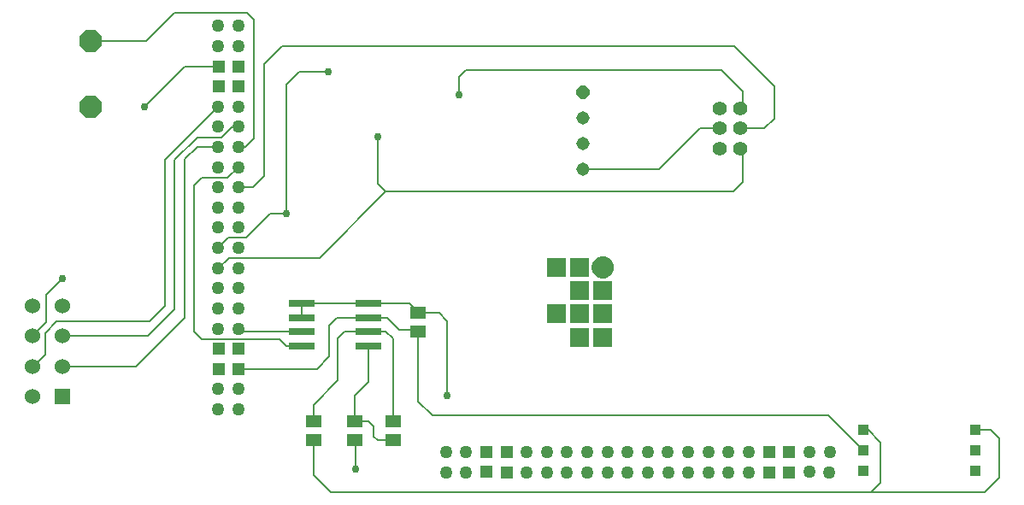
<source format=gbr>
G04 EAGLE Gerber RS-274X export*
G75*
%MOMM*%
%FSLAX34Y34*%
%LPD*%
%INBottom Copper*%
%IPPOS*%
%AMOC8*
5,1,8,0,0,1.08239X$1,22.5*%
G01*
%ADD10R,1.920000X1.940000*%
%ADD11C,0.500000*%
%ADD12R,1.258000X1.258000*%
%ADD13C,1.258000*%
%ADD14P,2.336880X8X112.500000*%
%ADD15C,1.530000*%
%ADD16R,1.530000X1.530000*%
%ADD17R,1.500000X1.300000*%
%ADD18R,2.540000X0.635000*%
%ADD19R,1.108000X1.108000*%
%ADD20C,1.408000*%
%ADD21P,1.415766X8X292.500000*%
%ADD22C,1.308000*%
%ADD23C,0.152400*%
%ADD24C,0.756400*%


D10*
X586253Y211495D03*
X586053Y188495D03*
X586053Y165295D03*
D11*
X577677Y234395D02*
X577680Y234601D01*
X577687Y234806D01*
X577700Y235011D01*
X577717Y235216D01*
X577740Y235420D01*
X577768Y235624D01*
X577800Y235827D01*
X577838Y236029D01*
X577881Y236230D01*
X577928Y236430D01*
X577980Y236629D01*
X578038Y236826D01*
X578100Y237022D01*
X578167Y237217D01*
X578238Y237409D01*
X578315Y237600D01*
X578396Y237789D01*
X578481Y237976D01*
X578571Y238161D01*
X578666Y238343D01*
X578765Y238524D01*
X578869Y238701D01*
X578977Y238876D01*
X579089Y239048D01*
X579205Y239218D01*
X579325Y239385D01*
X579450Y239548D01*
X579578Y239709D01*
X579711Y239866D01*
X579847Y240020D01*
X579987Y240171D01*
X580130Y240318D01*
X580277Y240461D01*
X580428Y240601D01*
X580582Y240737D01*
X580739Y240870D01*
X580900Y240998D01*
X581063Y241123D01*
X581230Y241243D01*
X581400Y241359D01*
X581572Y241471D01*
X581747Y241579D01*
X581924Y241683D01*
X582105Y241782D01*
X582287Y241877D01*
X582472Y241967D01*
X582659Y242052D01*
X582848Y242133D01*
X583039Y242210D01*
X583231Y242281D01*
X583426Y242348D01*
X583622Y242410D01*
X583819Y242468D01*
X584018Y242520D01*
X584218Y242567D01*
X584419Y242610D01*
X584621Y242648D01*
X584824Y242680D01*
X585028Y242708D01*
X585232Y242731D01*
X585437Y242748D01*
X585642Y242761D01*
X585847Y242768D01*
X586053Y242771D01*
X586259Y242768D01*
X586464Y242761D01*
X586669Y242748D01*
X586874Y242731D01*
X587078Y242708D01*
X587282Y242680D01*
X587485Y242648D01*
X587687Y242610D01*
X587888Y242567D01*
X588088Y242520D01*
X588287Y242468D01*
X588484Y242410D01*
X588680Y242348D01*
X588875Y242281D01*
X589067Y242210D01*
X589258Y242133D01*
X589447Y242052D01*
X589634Y241967D01*
X589819Y241877D01*
X590001Y241782D01*
X590182Y241683D01*
X590359Y241579D01*
X590534Y241471D01*
X590706Y241359D01*
X590876Y241243D01*
X591043Y241123D01*
X591206Y240998D01*
X591367Y240870D01*
X591524Y240737D01*
X591678Y240601D01*
X591829Y240461D01*
X591976Y240318D01*
X592119Y240171D01*
X592259Y240020D01*
X592395Y239866D01*
X592528Y239709D01*
X592656Y239548D01*
X592781Y239385D01*
X592901Y239218D01*
X593017Y239048D01*
X593129Y238876D01*
X593237Y238701D01*
X593341Y238524D01*
X593440Y238343D01*
X593535Y238161D01*
X593625Y237976D01*
X593710Y237789D01*
X593791Y237600D01*
X593868Y237409D01*
X593939Y237217D01*
X594006Y237022D01*
X594068Y236826D01*
X594126Y236629D01*
X594178Y236430D01*
X594225Y236230D01*
X594268Y236029D01*
X594306Y235827D01*
X594338Y235624D01*
X594366Y235420D01*
X594389Y235216D01*
X594406Y235011D01*
X594419Y234806D01*
X594426Y234601D01*
X594429Y234395D01*
X594426Y234189D01*
X594419Y233984D01*
X594406Y233779D01*
X594389Y233574D01*
X594366Y233370D01*
X594338Y233166D01*
X594306Y232963D01*
X594268Y232761D01*
X594225Y232560D01*
X594178Y232360D01*
X594126Y232161D01*
X594068Y231964D01*
X594006Y231768D01*
X593939Y231573D01*
X593868Y231381D01*
X593791Y231190D01*
X593710Y231001D01*
X593625Y230814D01*
X593535Y230629D01*
X593440Y230447D01*
X593341Y230266D01*
X593237Y230089D01*
X593129Y229914D01*
X593017Y229742D01*
X592901Y229572D01*
X592781Y229405D01*
X592656Y229242D01*
X592528Y229081D01*
X592395Y228924D01*
X592259Y228770D01*
X592119Y228619D01*
X591976Y228472D01*
X591829Y228329D01*
X591678Y228189D01*
X591524Y228053D01*
X591367Y227920D01*
X591206Y227792D01*
X591043Y227667D01*
X590876Y227547D01*
X590706Y227431D01*
X590534Y227319D01*
X590359Y227211D01*
X590182Y227107D01*
X590001Y227008D01*
X589819Y226913D01*
X589634Y226823D01*
X589447Y226738D01*
X589258Y226657D01*
X589067Y226580D01*
X588875Y226509D01*
X588680Y226442D01*
X588484Y226380D01*
X588287Y226322D01*
X588088Y226270D01*
X587888Y226223D01*
X587687Y226180D01*
X587485Y226142D01*
X587282Y226110D01*
X587078Y226082D01*
X586874Y226059D01*
X586669Y226042D01*
X586464Y226029D01*
X586259Y226022D01*
X586053Y226019D01*
X585847Y226022D01*
X585642Y226029D01*
X585437Y226042D01*
X585232Y226059D01*
X585028Y226082D01*
X584824Y226110D01*
X584621Y226142D01*
X584419Y226180D01*
X584218Y226223D01*
X584018Y226270D01*
X583819Y226322D01*
X583622Y226380D01*
X583426Y226442D01*
X583231Y226509D01*
X583039Y226580D01*
X582848Y226657D01*
X582659Y226738D01*
X582472Y226823D01*
X582287Y226913D01*
X582105Y227008D01*
X581924Y227107D01*
X581747Y227211D01*
X581572Y227319D01*
X581400Y227431D01*
X581230Y227547D01*
X581063Y227667D01*
X580900Y227792D01*
X580739Y227920D01*
X580582Y228053D01*
X580428Y228189D01*
X580277Y228329D01*
X580130Y228472D01*
X579987Y228619D01*
X579847Y228770D01*
X579711Y228924D01*
X579578Y229081D01*
X579450Y229242D01*
X579325Y229405D01*
X579205Y229572D01*
X579089Y229742D01*
X578977Y229914D01*
X578869Y230089D01*
X578765Y230266D01*
X578666Y230447D01*
X578571Y230629D01*
X578481Y230814D01*
X578396Y231001D01*
X578315Y231190D01*
X578238Y231381D01*
X578167Y231573D01*
X578100Y231768D01*
X578038Y231964D01*
X577980Y232161D01*
X577928Y232360D01*
X577881Y232560D01*
X577838Y232761D01*
X577800Y232963D01*
X577768Y233166D01*
X577740Y233370D01*
X577717Y233574D01*
X577700Y233779D01*
X577687Y233984D01*
X577680Y234189D01*
X577677Y234395D01*
X582495Y234595D02*
X582497Y234717D01*
X582503Y234840D01*
X582513Y234961D01*
X582527Y235083D01*
X582545Y235204D01*
X582566Y235324D01*
X582592Y235444D01*
X582622Y235563D01*
X582655Y235680D01*
X582692Y235797D01*
X582733Y235912D01*
X582778Y236026D01*
X582827Y236138D01*
X582879Y236249D01*
X582934Y236358D01*
X582993Y236465D01*
X583056Y236570D01*
X583122Y236673D01*
X583191Y236774D01*
X583264Y236873D01*
X583340Y236969D01*
X583418Y237062D01*
X583500Y237153D01*
X583585Y237241D01*
X583672Y237327D01*
X583763Y237409D01*
X583856Y237489D01*
X583951Y237566D01*
X584049Y237639D01*
X584149Y237709D01*
X584252Y237776D01*
X584356Y237839D01*
X584463Y237899D01*
X584571Y237956D01*
X584682Y238009D01*
X584794Y238058D01*
X584907Y238104D01*
X585022Y238146D01*
X585138Y238184D01*
X585256Y238218D01*
X585374Y238249D01*
X585494Y238275D01*
X585614Y238298D01*
X585735Y238317D01*
X585856Y238332D01*
X585978Y238343D01*
X586100Y238350D01*
X586222Y238353D01*
X586345Y238352D01*
X586467Y238347D01*
X586589Y238338D01*
X586711Y238325D01*
X586832Y238308D01*
X586952Y238287D01*
X587072Y238263D01*
X587191Y238234D01*
X587309Y238202D01*
X587426Y238165D01*
X587542Y238125D01*
X587656Y238081D01*
X587768Y238034D01*
X587880Y237983D01*
X587989Y237928D01*
X588097Y237870D01*
X588202Y237808D01*
X588306Y237743D01*
X588407Y237674D01*
X588506Y237603D01*
X588603Y237528D01*
X588697Y237450D01*
X588789Y237369D01*
X588878Y237285D01*
X588964Y237198D01*
X589047Y237108D01*
X589127Y237016D01*
X589205Y236921D01*
X589279Y236824D01*
X589350Y236724D01*
X589417Y236622D01*
X589482Y236518D01*
X589543Y236412D01*
X589600Y236304D01*
X589654Y236194D01*
X589704Y236082D01*
X589751Y235969D01*
X589794Y235855D01*
X589833Y235739D01*
X589868Y235622D01*
X589900Y235503D01*
X589927Y235384D01*
X589951Y235264D01*
X589971Y235144D01*
X589987Y235022D01*
X589999Y234901D01*
X590007Y234778D01*
X590011Y234656D01*
X590011Y234534D01*
X590007Y234412D01*
X589999Y234289D01*
X589987Y234168D01*
X589971Y234046D01*
X589951Y233926D01*
X589927Y233806D01*
X589900Y233687D01*
X589868Y233568D01*
X589833Y233451D01*
X589794Y233335D01*
X589751Y233221D01*
X589704Y233108D01*
X589654Y232996D01*
X589600Y232886D01*
X589543Y232778D01*
X589482Y232672D01*
X589417Y232568D01*
X589350Y232466D01*
X589279Y232366D01*
X589205Y232269D01*
X589127Y232174D01*
X589047Y232082D01*
X588964Y231992D01*
X588878Y231905D01*
X588789Y231821D01*
X588697Y231740D01*
X588603Y231662D01*
X588506Y231587D01*
X588407Y231516D01*
X588306Y231447D01*
X588202Y231382D01*
X588097Y231320D01*
X587989Y231262D01*
X587880Y231207D01*
X587768Y231156D01*
X587656Y231109D01*
X587542Y231065D01*
X587426Y231025D01*
X587309Y230988D01*
X587191Y230956D01*
X587072Y230927D01*
X586952Y230903D01*
X586832Y230882D01*
X586711Y230865D01*
X586589Y230852D01*
X586467Y230843D01*
X586345Y230838D01*
X586222Y230837D01*
X586100Y230840D01*
X585978Y230847D01*
X585856Y230858D01*
X585735Y230873D01*
X585614Y230892D01*
X585494Y230915D01*
X585374Y230941D01*
X585256Y230972D01*
X585138Y231006D01*
X585022Y231044D01*
X584907Y231086D01*
X584794Y231132D01*
X584682Y231181D01*
X584571Y231234D01*
X584463Y231291D01*
X584356Y231351D01*
X584252Y231414D01*
X584149Y231481D01*
X584049Y231551D01*
X583951Y231624D01*
X583856Y231701D01*
X583763Y231781D01*
X583672Y231863D01*
X583585Y231949D01*
X583500Y232037D01*
X583418Y232128D01*
X583340Y232221D01*
X583264Y232317D01*
X583191Y232416D01*
X583122Y232517D01*
X583056Y232620D01*
X582993Y232725D01*
X582934Y232832D01*
X582879Y232941D01*
X582827Y233052D01*
X582778Y233164D01*
X582733Y233278D01*
X582692Y233393D01*
X582655Y233510D01*
X582622Y233627D01*
X582592Y233746D01*
X582566Y233866D01*
X582545Y233986D01*
X582527Y234107D01*
X582513Y234229D01*
X582503Y234350D01*
X582497Y234473D01*
X582495Y234595D01*
X585621Y234795D02*
X585623Y234845D01*
X585629Y234894D01*
X585638Y234943D01*
X585652Y234990D01*
X585669Y235037D01*
X585690Y235082D01*
X585714Y235125D01*
X585742Y235166D01*
X585772Y235205D01*
X585806Y235242D01*
X585843Y235276D01*
X585882Y235306D01*
X585923Y235334D01*
X585966Y235358D01*
X586011Y235379D01*
X586058Y235396D01*
X586105Y235410D01*
X586154Y235419D01*
X586203Y235425D01*
X586253Y235427D01*
X586303Y235425D01*
X586352Y235419D01*
X586401Y235410D01*
X586448Y235396D01*
X586495Y235379D01*
X586540Y235358D01*
X586583Y235334D01*
X586624Y235306D01*
X586663Y235276D01*
X586700Y235242D01*
X586734Y235205D01*
X586764Y235166D01*
X586792Y235125D01*
X586816Y235082D01*
X586837Y235037D01*
X586854Y234990D01*
X586868Y234943D01*
X586877Y234894D01*
X586883Y234845D01*
X586885Y234795D01*
X586883Y234745D01*
X586877Y234696D01*
X586868Y234647D01*
X586854Y234600D01*
X586837Y234553D01*
X586816Y234508D01*
X586792Y234465D01*
X586764Y234424D01*
X586734Y234385D01*
X586700Y234348D01*
X586663Y234314D01*
X586624Y234284D01*
X586583Y234256D01*
X586540Y234232D01*
X586495Y234211D01*
X586448Y234194D01*
X586401Y234180D01*
X586352Y234171D01*
X586303Y234165D01*
X586253Y234163D01*
X586203Y234165D01*
X586154Y234171D01*
X586105Y234180D01*
X586058Y234194D01*
X586011Y234211D01*
X585966Y234232D01*
X585923Y234256D01*
X585882Y234284D01*
X585843Y234314D01*
X585806Y234348D01*
X585772Y234385D01*
X585742Y234424D01*
X585714Y234465D01*
X585690Y234508D01*
X585669Y234553D01*
X585652Y234600D01*
X585638Y234647D01*
X585629Y234696D01*
X585623Y234745D01*
X585621Y234795D01*
D10*
X563253Y211495D03*
X563053Y234495D03*
X563053Y188495D03*
X563053Y165295D03*
X540253Y234295D03*
X540253Y188295D03*
D12*
X770700Y51500D03*
X750700Y51500D03*
X770700Y31500D03*
X750700Y31500D03*
X490700Y51500D03*
X470600Y51400D03*
X490700Y31500D03*
X470700Y31600D03*
X225400Y153700D03*
X225400Y133700D03*
X205500Y133700D03*
X205500Y153700D03*
X205400Y413700D03*
X225300Y413800D03*
X205400Y433600D03*
X225600Y433700D03*
D13*
X810700Y51400D03*
X790600Y51500D03*
X810600Y31500D03*
X790700Y31600D03*
X730600Y51400D03*
X730700Y31400D03*
X710600Y51400D03*
X710700Y31400D03*
X690700Y31400D03*
X690600Y51400D03*
X670600Y51400D03*
X670500Y31400D03*
X650600Y51500D03*
X650700Y31400D03*
X630700Y51400D03*
X630600Y31500D03*
X610600Y51400D03*
X610700Y31400D03*
X590600Y51500D03*
X590600Y31500D03*
X570600Y51500D03*
X570600Y31400D03*
X550700Y51500D03*
X550700Y31400D03*
X530700Y51500D03*
X530700Y31400D03*
X510600Y51500D03*
X510600Y31400D03*
X450700Y51500D03*
X450700Y31400D03*
X430600Y51500D03*
X430600Y31400D03*
X225400Y113800D03*
X225400Y93700D03*
X205300Y113800D03*
X205300Y93700D03*
X225400Y193800D03*
X225400Y173700D03*
X205300Y193800D03*
X205300Y173700D03*
X225300Y233800D03*
X225300Y213700D03*
X205200Y233800D03*
X205200Y213700D03*
X225300Y273800D03*
X225300Y253700D03*
X205200Y273800D03*
X205200Y253700D03*
X225400Y313800D03*
X225400Y293700D03*
X205300Y313800D03*
X205300Y293700D03*
X225400Y353800D03*
X225400Y333700D03*
X205300Y353800D03*
X205300Y333700D03*
X225400Y393900D03*
X225400Y373800D03*
X205300Y393900D03*
X205300Y373800D03*
X225400Y473800D03*
X225400Y453700D03*
X205300Y473800D03*
X205300Y453700D03*
D14*
X79000Y393488D03*
X79000Y458512D03*
D15*
X50800Y136500D03*
X20800Y136500D03*
X50800Y166500D03*
X20800Y166500D03*
D16*
X50800Y106500D03*
D15*
X50800Y196500D03*
X20800Y106500D03*
X20800Y196500D03*
D17*
X378100Y63050D03*
X378100Y82050D03*
X403300Y189700D03*
X403300Y170700D03*
D18*
X353600Y198800D03*
X353600Y184800D03*
X353600Y170800D03*
X353600Y156800D03*
X288200Y156800D03*
X288200Y170800D03*
X288200Y184800D03*
X288200Y198800D03*
D17*
X340600Y82050D03*
X340600Y63050D03*
X299400Y82050D03*
X299400Y63050D03*
D19*
X844000Y73200D03*
X844000Y53200D03*
X844000Y33200D03*
X954800Y33200D03*
X954800Y53200D03*
X954800Y73200D03*
D20*
X702000Y392000D03*
X722000Y392000D03*
X702000Y372000D03*
X722000Y372000D03*
X702000Y352000D03*
X722000Y352000D03*
D21*
X566000Y408100D03*
D22*
X566000Y382700D03*
X566000Y357300D03*
X566000Y331900D03*
D23*
X131100Y459100D02*
X130512Y458512D01*
X133600Y459100D02*
X161416Y486916D01*
X240600Y480100D02*
X240600Y362000D01*
X232400Y353800D01*
X225400Y353800D01*
X233784Y486916D02*
X161416Y486916D01*
X233784Y486916D02*
X240600Y480100D01*
X133600Y459100D02*
X131100Y459100D01*
X79588Y459100D01*
D24*
X79588Y459100D03*
X50500Y223600D03*
D23*
X34500Y207600D01*
X34500Y180200D02*
X20800Y166500D01*
X34500Y180200D02*
X34500Y207600D01*
X131988Y393488D02*
X172200Y433700D01*
X205300Y433700D02*
X205400Y433600D01*
X205300Y433700D02*
X172200Y433700D01*
D24*
X131988Y393488D03*
D23*
X200200Y353900D02*
X205300Y353800D01*
X124000Y136500D02*
X50800Y136500D01*
X172100Y184600D02*
X172100Y341500D01*
X184400Y353800D01*
X205300Y353800D01*
X172100Y184600D02*
X124000Y136500D01*
X702000Y371500D02*
X702000Y372000D01*
X682000Y372000D01*
X642000Y332000D01*
X566100Y332000D01*
X566000Y331900D01*
D24*
X272500Y288000D03*
D23*
X256500Y288000D01*
X232500Y264000D02*
X215425Y264000D01*
X205200Y253775D01*
X205200Y253700D01*
X232500Y264000D02*
X256500Y288000D01*
X272500Y288000D02*
X272500Y415500D01*
D24*
X314500Y428000D03*
D23*
X285000Y428000D02*
X272500Y415500D01*
X285000Y428000D02*
X314500Y428000D01*
D24*
X443500Y405500D03*
D23*
X450000Y430000D02*
X703500Y430000D01*
X450000Y430000D02*
X443500Y423500D01*
X443500Y405500D01*
X703500Y430000D02*
X724700Y408800D01*
X724700Y394700D02*
X722000Y392000D01*
X724700Y394700D02*
X724700Y408800D01*
X755800Y381700D02*
X746100Y372000D01*
X755800Y381700D02*
X755800Y414000D01*
X716100Y453700D01*
X268600Y453700D01*
X250900Y324800D02*
X239900Y313800D01*
X225400Y313800D01*
X250900Y324800D02*
X250900Y436000D01*
X268600Y453700D01*
X722000Y372000D02*
X746100Y372000D01*
D24*
X363500Y364000D03*
D23*
X363500Y317000D01*
X371000Y309500D01*
X715500Y309500D01*
X724700Y318700D01*
X371000Y309500D02*
X305600Y244100D01*
X215500Y244100D01*
X205200Y233800D01*
X724700Y318700D02*
X724700Y349300D01*
X722000Y352000D01*
X372700Y184800D02*
X353600Y184800D01*
X401300Y172700D02*
X403300Y170700D01*
X401300Y172700D02*
X384800Y172700D01*
X372700Y184800D01*
X403300Y170700D02*
X403300Y101700D01*
X417000Y88000D01*
X302700Y133700D02*
X225400Y133700D01*
X315000Y146000D02*
X315000Y177000D01*
X322800Y184800D01*
X353600Y184800D01*
X315000Y146000D02*
X302700Y133700D01*
X809200Y88000D02*
X844000Y53200D01*
X809200Y88000D02*
X417000Y88000D01*
X288200Y184800D02*
X288200Y198800D01*
X353600Y198800D01*
X394200Y198800D02*
X403300Y189700D01*
X394200Y198800D02*
X353600Y198800D01*
X432200Y181300D02*
X432200Y107400D01*
X432200Y181300D02*
X423800Y189700D01*
X403300Y189700D01*
X432200Y107400D02*
X432200Y106700D01*
D24*
X432200Y107400D03*
D23*
X372800Y198800D02*
X353600Y198800D01*
X288200Y170800D02*
X288112Y170712D01*
X228412Y170712D01*
X225500Y173624D02*
X225476Y173624D01*
X225400Y173700D01*
X225500Y173624D02*
X228412Y170712D01*
X266000Y163592D02*
X188408Y163592D01*
X181500Y170500D01*
X181500Y315992D01*
X189120Y323612D01*
X213912Y323612D01*
X225400Y333700D01*
X266000Y163592D02*
X272792Y156800D01*
X288200Y156800D01*
X340900Y82350D02*
X340600Y82050D01*
X342250Y80400D01*
X340600Y82050D02*
X340600Y107600D01*
X353600Y120600D02*
X353600Y156800D01*
X353600Y120600D02*
X340600Y107600D01*
X362950Y63050D02*
X378100Y63050D01*
X359000Y67000D02*
X359000Y77000D01*
X353950Y82050D02*
X340600Y82050D01*
X359000Y67000D02*
X362950Y63050D01*
X359000Y77000D02*
X353950Y82050D01*
X353600Y170800D02*
X371200Y170800D01*
X378100Y163900D01*
X378100Y82050D01*
X323500Y122299D02*
X299400Y98200D01*
X299400Y82050D01*
X323500Y122299D02*
X323500Y164500D01*
X329800Y170800D01*
X353600Y170800D01*
D24*
X341000Y34500D03*
D23*
X341000Y62650D02*
X340600Y63050D01*
X341000Y62650D02*
X341000Y34500D01*
X299400Y28600D02*
X299400Y63050D01*
X299400Y28600D02*
X316316Y11684D01*
X850900Y11684D01*
X851884Y11684D01*
X861200Y21000D01*
X861200Y61000D01*
X849000Y73200D01*
X844000Y73200D01*
X851884Y11684D02*
X964084Y11684D01*
X978600Y26200D02*
X978600Y65200D01*
X970600Y73200D01*
X954800Y73200D01*
X978600Y26200D02*
X964084Y11684D01*
X205300Y393900D02*
X152800Y341400D01*
X152800Y196300D01*
X137400Y180900D01*
X45200Y180900D01*
X33600Y169300D01*
X33600Y147800D01*
X22300Y136500D01*
X20800Y136500D01*
X218996Y373800D02*
X225400Y373800D01*
X208496Y363300D02*
X184400Y363300D01*
X162100Y341000D01*
X208496Y363300D02*
X218996Y373800D01*
X162100Y193100D02*
X135500Y166500D01*
X50800Y166500D01*
X162100Y193100D02*
X162100Y341000D01*
M02*

</source>
